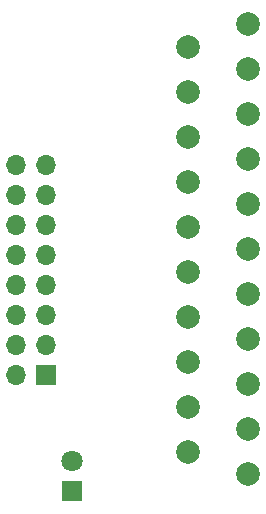
<source format=gbr>
%TF.GenerationSoftware,KiCad,Pcbnew,7.0.8*%
%TF.CreationDate,2024-02-25T14:43:20-05:00*%
%TF.ProjectId,scart breakout,73636172-7420-4627-9265-616b6f75742e,rev?*%
%TF.SameCoordinates,Original*%
%TF.FileFunction,Soldermask,Bot*%
%TF.FilePolarity,Negative*%
%FSLAX46Y46*%
G04 Gerber Fmt 4.6, Leading zero omitted, Abs format (unit mm)*
G04 Created by KiCad (PCBNEW 7.0.8) date 2024-02-25 14:43:20*
%MOMM*%
%LPD*%
G01*
G04 APERTURE LIST*
%ADD10C,1.998980*%
%ADD11R,1.700000X1.700000*%
%ADD12O,1.700000X1.700000*%
%ADD13R,1.800000X1.800000*%
%ADD14C,1.800000*%
G04 APERTURE END LIST*
D10*
%TO.C,J1*%
X48818800Y-54838600D03*
X43738800Y-52933600D03*
X48818800Y-51028600D03*
X43738800Y-49123600D03*
X48818800Y-47218600D03*
X43738800Y-45313600D03*
X48818800Y-43408600D03*
X43738800Y-41503600D03*
X48818800Y-39598600D03*
X43738800Y-37693600D03*
X48818800Y-35788600D03*
X43738800Y-33883600D03*
X48818800Y-31978600D03*
X43738800Y-30073600D03*
X48818800Y-28168600D03*
X43738800Y-26263600D03*
X48818800Y-24358600D03*
X43738800Y-22453600D03*
X48818800Y-20548600D03*
X43738800Y-18643600D03*
X48818800Y-16738600D03*
%TD*%
D11*
%TO.C,J2*%
X31750000Y-46482000D03*
D12*
X29210000Y-46482000D03*
X31750000Y-43942000D03*
X29210000Y-43942000D03*
X31750000Y-41402000D03*
X29210000Y-41402000D03*
X31750000Y-38862000D03*
X29210000Y-38862000D03*
X31750000Y-36322000D03*
X29210000Y-36322000D03*
X31750000Y-33782000D03*
X29210000Y-33782000D03*
X31750000Y-31242000D03*
X29210000Y-31242000D03*
X31750000Y-28702000D03*
X29210000Y-28702000D03*
%TD*%
D13*
%TO.C,LED1*%
X33883600Y-56286400D03*
D14*
X33883600Y-53746400D03*
%TD*%
M02*

</source>
